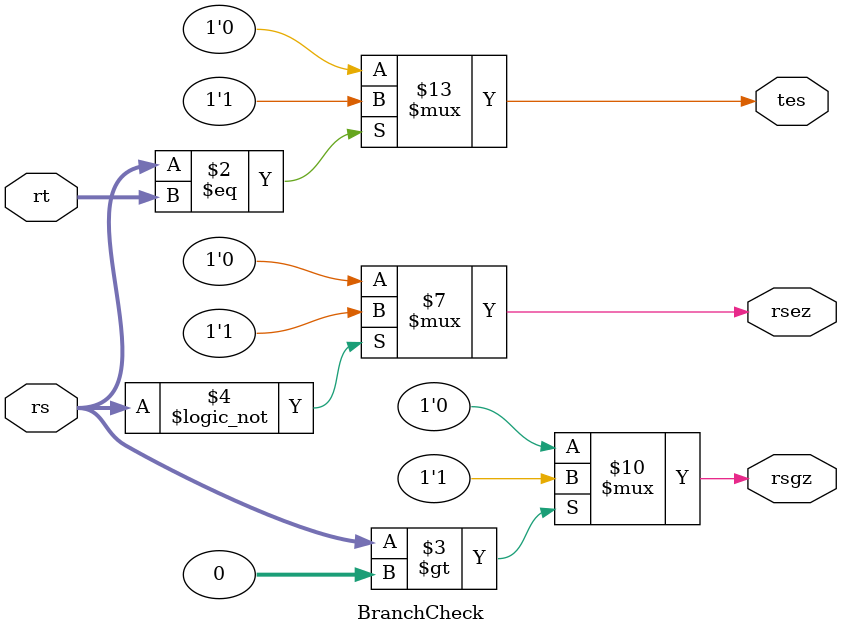
<source format=v>
`timescale 1ns / 1ps

module BranchCheck(rs, rt, rsgz, tes, rsez);   
//                       rs > 0, rt = rs, rs == 0

input signed [31:0] rs, rt;
output reg rsgz, tes, rsez;
// check equality
initial begin
    rsgz <= 0;
    rsez <= 0;
    tes <= 0;
end

always@(*) begin
    if (rs == rt)       // rs = rt
        tes <= 1;
    else
        tes <= 0;    

    if (rs > 0)         // rs > 0
        rsgz <= 1;
    else
        rsgz <= 0;

    if (rs == 0)        // rs = 0
        rsez <= 1;
    else
        rsez <= 0;
end

endmodule
</source>
